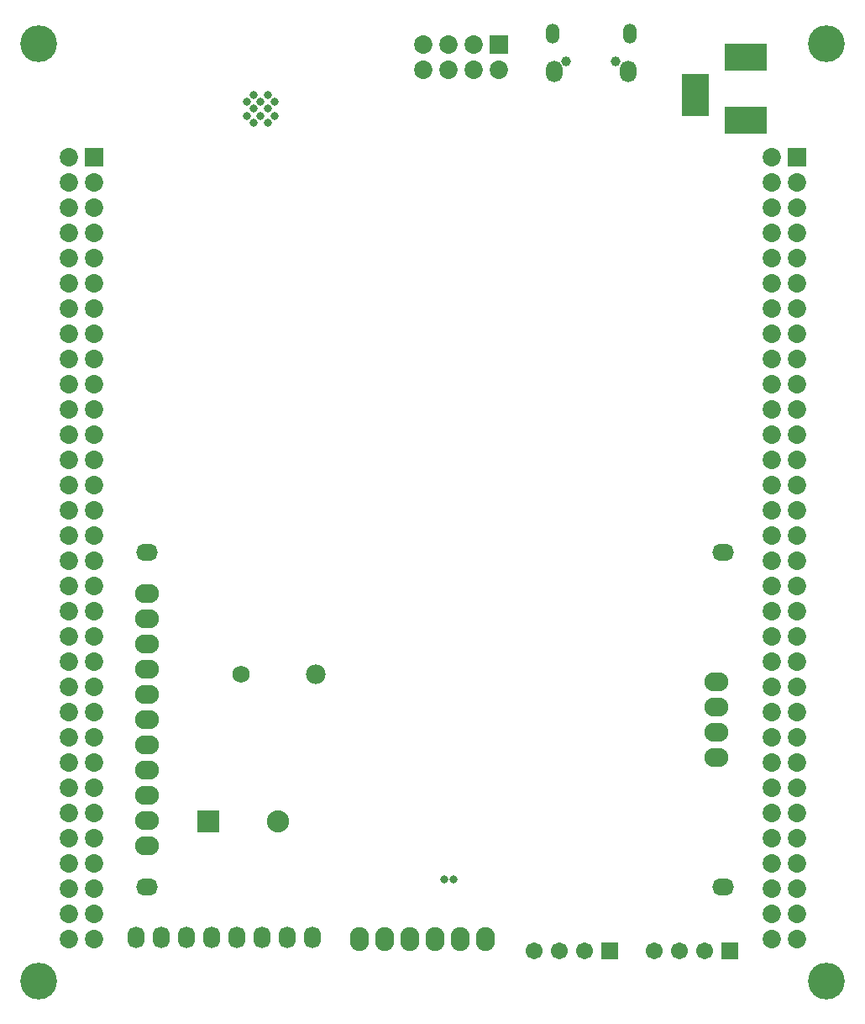
<source format=gbs>
G04*
G04 #@! TF.GenerationSoftware,Altium Limited,Altium Designer,21.0.8 (223)*
G04*
G04 Layer_Color=16711935*
%FSTAX24Y24*%
%MOIN*%
G70*
G04*
G04 #@! TF.SameCoordinates,41972824-9B57-438F-98A6-91DE107BC887*
G04*
G04*
G04 #@! TF.FilePolarity,Negative*
G04*
G01*
G75*
%ADD73C,0.0671*%
%ADD74R,0.0730X0.0730*%
%ADD75C,0.0730*%
%ADD76R,0.1080X0.1680*%
%ADD77R,0.1680X0.1080*%
%ADD78C,0.0316*%
%ADD79O,0.0946X0.0749*%
%ADD80O,0.0867X0.0671*%
%ADD81O,0.0749X0.0946*%
%ADD82O,0.0671X0.0867*%
%ADD83R,0.0730X0.0730*%
%ADD84R,0.0671X0.0671*%
%ADD85C,0.0395*%
%ADD86O,0.0533X0.0789*%
%ADD87O,0.0651X0.0867*%
%ADD88C,0.0780*%
%ADD89C,0.0680*%
%ADD90C,0.1460*%
%ADD91C,0.0880*%
%ADD92R,0.0880X0.0880*%
D73*
X05364Y013597D02*
D03*
X05264D02*
D03*
X05164D02*
D03*
X05841D02*
D03*
X05741D02*
D03*
X05641D02*
D03*
D74*
X05025Y0495D02*
D03*
D75*
X04725Y0485D02*
D03*
X04925Y0495D02*
D03*
X0621Y04105D02*
D03*
X0611D02*
D03*
X05025Y0485D02*
D03*
X04725Y0495D02*
D03*
X04925Y0485D02*
D03*
X04825Y0495D02*
D03*
Y0485D02*
D03*
X0611Y02505D02*
D03*
Y02605D02*
D03*
X0621Y02505D02*
D03*
Y02605D02*
D03*
X0611Y02905D02*
D03*
X0621D02*
D03*
X0611Y03105D02*
D03*
X0621D02*
D03*
X0611Y03305D02*
D03*
X0621D02*
D03*
X0611Y03605D02*
D03*
X0621D02*
D03*
X0611Y03805D02*
D03*
X0621D02*
D03*
X0611Y04005D02*
D03*
X0621D02*
D03*
X0611Y04405D02*
D03*
X0621D02*
D03*
X0611Y04505D02*
D03*
X0621Y04305D02*
D03*
X0611D02*
D03*
X0621Y04205D02*
D03*
X0611D02*
D03*
X0621Y03905D02*
D03*
X0611D02*
D03*
X0621Y03705D02*
D03*
X0611D02*
D03*
X0621Y03505D02*
D03*
X0611D02*
D03*
X0621Y03405D02*
D03*
X0611D02*
D03*
X0621Y03205D02*
D03*
X0611D02*
D03*
X0621Y03005D02*
D03*
X0611D02*
D03*
X0621Y02805D02*
D03*
Y02705D02*
D03*
X0611Y02805D02*
D03*
Y02705D02*
D03*
X0621Y02405D02*
D03*
Y02305D02*
D03*
Y02205D02*
D03*
Y02105D02*
D03*
Y02005D02*
D03*
Y01905D02*
D03*
Y01805D02*
D03*
Y01705D02*
D03*
Y01605D02*
D03*
Y01505D02*
D03*
Y01405D02*
D03*
X0611Y02405D02*
D03*
Y02305D02*
D03*
Y02205D02*
D03*
Y02105D02*
D03*
Y02005D02*
D03*
Y01905D02*
D03*
Y01805D02*
D03*
Y01705D02*
D03*
Y01605D02*
D03*
Y01505D02*
D03*
Y01405D02*
D03*
X0332Y02505D02*
D03*
Y02605D02*
D03*
X0342Y02505D02*
D03*
Y02605D02*
D03*
X0332Y02905D02*
D03*
X0342D02*
D03*
X0332Y03105D02*
D03*
X0342D02*
D03*
X0332Y03305D02*
D03*
X0342D02*
D03*
X0332Y03605D02*
D03*
X0342D02*
D03*
X0332Y03805D02*
D03*
X0342D02*
D03*
X0332Y04005D02*
D03*
X0342D02*
D03*
X0332Y04105D02*
D03*
X0342D02*
D03*
X0332Y04405D02*
D03*
X0342D02*
D03*
X0332Y04505D02*
D03*
X0342Y04305D02*
D03*
X0332D02*
D03*
X0342Y04205D02*
D03*
X0332D02*
D03*
X0342Y03905D02*
D03*
X0332D02*
D03*
X0342Y03705D02*
D03*
X0332D02*
D03*
X0342Y03505D02*
D03*
X0332D02*
D03*
X0342Y03405D02*
D03*
X0332D02*
D03*
X0342Y03205D02*
D03*
X0332D02*
D03*
X0342Y03005D02*
D03*
X0332D02*
D03*
X0342Y02805D02*
D03*
Y02705D02*
D03*
X0332Y02805D02*
D03*
Y02705D02*
D03*
X0342Y02405D02*
D03*
Y02305D02*
D03*
Y02205D02*
D03*
Y02105D02*
D03*
Y02005D02*
D03*
Y01905D02*
D03*
Y01805D02*
D03*
Y01705D02*
D03*
Y01605D02*
D03*
Y01505D02*
D03*
Y01405D02*
D03*
X0332Y02405D02*
D03*
Y02305D02*
D03*
Y02205D02*
D03*
Y02105D02*
D03*
Y02005D02*
D03*
Y01905D02*
D03*
Y01805D02*
D03*
Y01705D02*
D03*
Y01605D02*
D03*
Y01505D02*
D03*
Y01405D02*
D03*
D76*
X05805Y0475D02*
D03*
D77*
X06005Y049D02*
D03*
Y0465D02*
D03*
D78*
X04845Y0164D02*
D03*
X048074D02*
D03*
X040523Y046418D02*
D03*
X04135Y046694D02*
D03*
X040799D02*
D03*
X040248D02*
D03*
X041074Y046418D02*
D03*
X04135Y047245D02*
D03*
X040799D02*
D03*
X040248D02*
D03*
X040523Y04697D02*
D03*
X041074D02*
D03*
Y047521D02*
D03*
X040523D02*
D03*
D79*
X058895Y021252D02*
D03*
Y022252D02*
D03*
Y023252D02*
D03*
Y024252D02*
D03*
X0363Y01775D02*
D03*
Y01875D02*
D03*
Y01975D02*
D03*
Y02075D02*
D03*
Y02175D02*
D03*
Y02275D02*
D03*
Y02375D02*
D03*
Y02475D02*
D03*
Y02575D02*
D03*
Y02675D02*
D03*
Y02775D02*
D03*
D80*
X059139Y029372D02*
D03*
Y01612D02*
D03*
X0363D02*
D03*
Y029372D02*
D03*
D81*
X04472Y01406D02*
D03*
X04572D02*
D03*
X04672D02*
D03*
X04772D02*
D03*
X04872D02*
D03*
X04972D02*
D03*
D82*
X04285Y0141D02*
D03*
X04185D02*
D03*
X04085D02*
D03*
X03985D02*
D03*
X03885D02*
D03*
X03785D02*
D03*
X03685D02*
D03*
X03585D02*
D03*
D83*
X0621Y04505D02*
D03*
X0342D02*
D03*
D84*
X05464Y013597D02*
D03*
X05941D02*
D03*
D85*
X052926Y04885D02*
D03*
X054894D02*
D03*
D86*
X052384Y049933D02*
D03*
X055436D02*
D03*
D87*
X052443Y048437D02*
D03*
X055377D02*
D03*
D88*
X043Y02455D02*
D03*
D89*
X040007D02*
D03*
D90*
X06326Y049538D02*
D03*
X032D02*
D03*
Y01238D02*
D03*
X06326D02*
D03*
D91*
X0415Y0187D02*
D03*
D92*
X038713D02*
D03*
M02*

</source>
